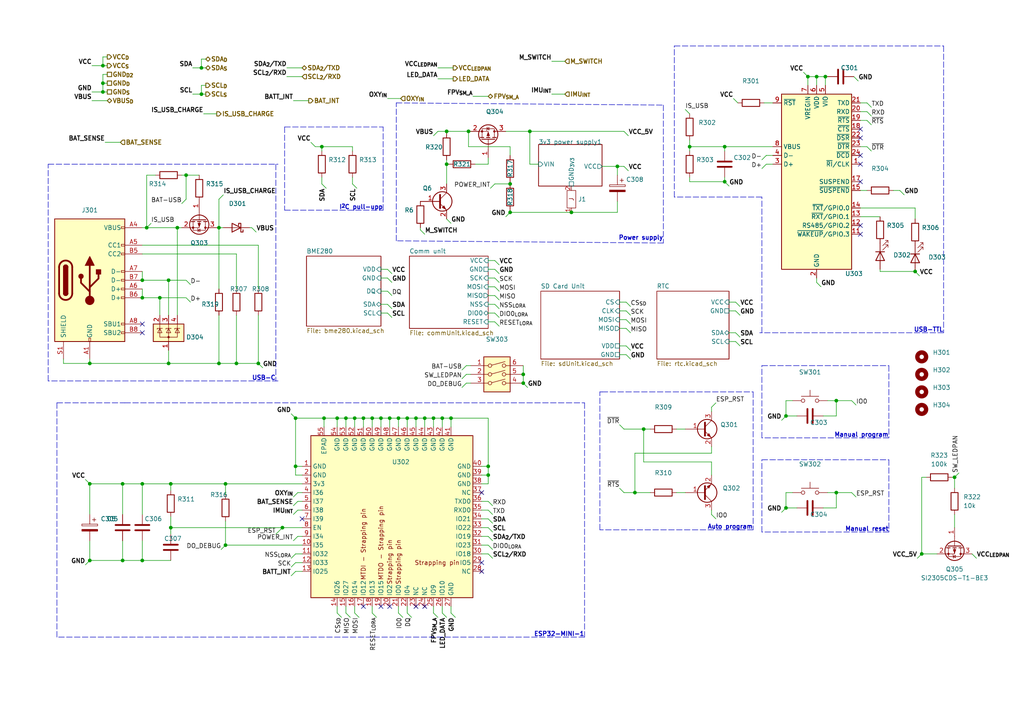
<source format=kicad_sch>
(kicad_sch (version 20211123) (generator eeschema)
  (paper "A4")
  (title_block (title "CanSat 2023") (rev "2022") (company "The Project SkyFall") (comment 1 "David Haisman"))
  (junction (at 26.035 105.41))
  (junction (at 41.275 162.56))
  (junction (at 267.335 160.655))
  (junction (at 26.035 162.56))
  (junction (at 63.5 105.41))
  (junction (at 184.15 142.875))
  (junction (at 53.975 50.8))
  (junction (at 41.275 86.36))
  (junction (at 265.43 78.74))
  (junction (at 48.895 81.28))
  (junction (at 42.545 66.04))
  (junction (at 210.185 52.705))
  (junction (at 48.895 105.41))
  (junction (at 113.03 121.285))
  (junction (at 153.67 38.1))
  (junction (at 105.41 121.285))
  (junction (at 115.57 121.285))
  (junction (at 102.87 121.285))
  (junction (at 210.185 42.545))
  (junction (at 49.53 153.035))
  (junction (at 130.81 121.285))
  (junction (at 46.355 86.36))
  (junction (at 58.42 19.685))
  (junction (at 165.735 61.595))
  (junction (at 63.5 66.04))
  (junction (at 239.395 22.225))
  (junction (at 49.53 140.335))
  (junction (at 151.765 111.125))
  (junction (at 227.965 147.32))
  (junction (at 35.56 162.56))
  (junction (at 147.955 53.34))
  (junction (at 123.19 121.285))
  (junction (at 93.98 121.285))
  (junction (at 141.605 137.795))
  (junction (at 135.89 38.1))
  (junction (at 29.845 24.13))
  (junction (at 35.56 140.335))
  (junction (at 234.315 22.225))
  (junction (at 129.54 38.1))
  (junction (at 65.405 158.115))
  (junction (at 85.725 135.255))
  (junction (at 93.345 42.545))
  (junction (at 227.965 120.65))
  (junction (at 41.275 81.28))
  (junction (at 236.855 22.225))
  (junction (at 147.955 61.595))
  (junction (at 200.025 42.545))
  (junction (at 85.725 121.285))
  (junction (at 100.33 121.285))
  (junction (at 51.435 66.04))
  (junction (at 276.86 138.43))
  (junction (at 141.605 135.255))
  (junction (at 129.54 47.625))
  (junction (at 242.57 142.875))
  (junction (at 151.765 108.585))
  (junction (at 110.49 121.285))
  (junction (at 107.95 121.285))
  (junction (at 125.73 121.285))
  (junction (at 68.58 105.41))
  (junction (at 128.27 121.285))
  (junction (at 97.79 121.285))
  (junction (at 120.65 121.285))
  (junction (at 26.035 140.335))
  (junction (at 58.42 27.305))
  (junction (at 74.93 105.41))
  (junction (at 186.69 124.46))
  (junction (at 65.405 140.335))
  (junction (at 179.07 48.26))
  (junction (at 242.57 116.205))
  (junction (at 118.11 121.285))
  (junction (at 29.845 19.05))
  (junction (at 81.915 153.035))
  (junction (at 41.275 140.335))
  (junction (at 29.845 26.67))
  (no_connect (at 110.49 175.895))
  (no_connect (at 249.555 40.005))
  (no_connect (at 249.555 47.625))
  (no_connect (at 249.555 52.705))
  (no_connect (at 249.555 67.945))
  (no_connect (at 249.555 65.405))
  (no_connect (at 113.03 175.895))
  (no_connect (at 41.275 93.98))
  (no_connect (at 139.7 142.875))
  (no_connect (at 139.7 163.195))
  (no_connect (at 249.555 45.085))
  (no_connect (at 87.63 150.495))
  (no_connect (at 249.555 37.465))
  (no_connect (at 41.275 96.52))
  (no_connect (at 105.41 175.895))
  (no_connect (at 139.7 165.735))
  (no_connect (at 123.19 175.895))
  (no_connect (at 120.65 175.895))
  (wire (pts (xy 139.7 158.115) (xy 141.605 158.115)))
  (polyline (pts (xy 192.405 30.48) (xy 192.405 70.485)))
  (wire (pts (xy 125.73 123.825) (xy 125.73 121.285)))
  (wire (pts (xy 144.78 94.615) (xy 143.51 93.345)))
  (polyline (pts (xy 195.58 13.335) (xy 273.685 13.335)))
  (wire (pts (xy 181.61 90.17) (xy 179.705 90.17)))
  (wire (pts (xy 141.605 150.495) (xy 139.7 150.495)))
  (wire (pts (xy 242.57 142.875) (xy 247.015 142.875)))
  (wire (pts (xy 135.255 106.045) (xy 136.525 106.045)))
  (wire (pts (xy 151.765 111.125) (xy 153.035 112.395)))
  (wire (pts (xy 130.81 121.285) (xy 130.81 123.825)))
  (wire (pts (xy 48.895 105.41) (xy 63.5 105.41)))
  (wire (pts (xy 249.555 55.245) (xy 251.46 55.245)))
  (polyline (pts (xy 220.98 154.305) (xy 220.98 133.35)))
  (wire (pts (xy 180.975 142.875) (xy 179.705 141.605)))
  (wire (pts (xy 26.035 162.56) (xy 24.765 163.83)))
  (wire (pts (xy 73.025 66.04) (xy 74.295 67.31)))
  (wire (pts (xy 68.58 105.41) (xy 74.93 105.41)))
  (wire (pts (xy 42.545 50.8) (xy 42.545 66.04)))
  (wire (pts (xy 129.54 179.07) (xy 128.27 177.8)))
  (wire (pts (xy 113.03 121.285) (xy 115.57 121.285)))
  (wire (pts (xy 236.855 22.225) (xy 236.855 24.765)))
  (wire (pts (xy 83.185 19.685) (xy 87.63 19.685)))
  (wire (pts (xy 147.955 42.545) (xy 135.89 42.545)))
  (wire (pts (xy 143.51 78.105) (xy 144.78 79.375)))
  (wire (pts (xy 85.725 135.255) (xy 85.725 121.285)))
  (wire (pts (xy 211.455 99.06) (xy 213.36 99.06)))
  (wire (pts (xy 240.03 142.875) (xy 242.57 142.875)))
  (wire (pts (xy 127 179.07) (xy 125.73 177.8)))
  (wire (pts (xy 151.765 108.585) (xy 151.765 111.125)))
  (wire (pts (xy 224.155 45.085) (xy 222.25 45.085)))
  (wire (pts (xy 42.545 66.04) (xy 51.435 66.04)))
  (wire (pts (xy 227.965 120.65) (xy 231.14 120.65)))
  (wire (pts (xy 234.315 22.225) (xy 236.855 22.225)))
  (polyline (pts (xy 114.935 69.85) (xy 114.935 29.845)))
  (wire (pts (xy 129.54 46.355) (xy 129.54 47.625)))
  (wire (pts (xy 206.375 129.54) (xy 206.375 131.445)))
  (wire (pts (xy 81.915 153.035) (xy 87.63 153.035)))
  (wire (pts (xy 147.955 52.705) (xy 147.955 53.34)))
  (wire (pts (xy 186.69 124.46) (xy 188.595 124.46)))
  (wire (pts (xy 86.36 142.875) (xy 87.63 142.875)))
  (wire (pts (xy 211.455 90.17) (xy 213.36 90.17)))
  (polyline (pts (xy 13.97 110.49) (xy 13.97 47.625)))
  (wire (pts (xy 129.54 38.1) (xy 135.89 38.1)))
  (wire (pts (xy 182.88 96.52) (xy 181.61 95.25)))
  (wire (pts (xy 227.965 147.32) (xy 226.695 148.59)))
  (wire (pts (xy 222.25 47.625) (xy 220.98 48.895)))
  (wire (pts (xy 58.42 17.145) (xy 58.42 19.685)))
  (wire (pts (xy 41.275 86.36) (xy 46.355 86.36)))
  (polyline (pts (xy 16.51 184.785) (xy 16.51 116.84)))
  (wire (pts (xy 85.725 121.285) (xy 84.455 120.015)))
  (wire (pts (xy 86.36 145.415) (xy 85.09 146.685)))
  (wire (pts (xy 180.975 124.46) (xy 179.705 123.19)))
  (wire (pts (xy 181.61 95.25) (xy 179.705 95.25)))
  (polyline (pts (xy 169.545 184.785) (xy 16.51 184.785)))
  (wire (pts (xy 65.405 143.51) (xy 65.405 140.335)))
  (wire (pts (xy 182.88 88.9) (xy 181.61 87.63)))
  (wire (pts (xy 242.57 116.205) (xy 247.015 116.205)))
  (wire (pts (xy 29.845 21.59) (xy 29.845 24.13)))
  (wire (pts (xy 26.67 19.05) (xy 29.845 19.05)))
  (wire (pts (xy 141.605 153.035) (xy 139.7 153.035)))
  (polyline (pts (xy 173.99 153.67) (xy 173.99 113.665)))
  (wire (pts (xy 110.49 78.105) (xy 112.395 78.105)))
  (wire (pts (xy 163.83 27.305) (xy 160.02 27.305)))
  (wire (pts (xy 143.51 93.345) (xy 141.605 93.345)))
  (wire (pts (xy 227.965 116.205) (xy 227.965 120.65)))
  (wire (pts (xy 93.98 123.825) (xy 93.98 121.285)))
  (wire (pts (xy 184.15 131.445) (xy 184.15 142.875)))
  (wire (pts (xy 93.345 42.545) (xy 91.44 42.545)))
  (wire (pts (xy 41.275 71.12) (xy 74.93 71.12)))
  (wire (pts (xy 251.46 34.925) (xy 252.73 36.195)))
  (polyline (pts (xy 220.98 133.35) (xy 257.81 133.35)))
  (wire (pts (xy 249.555 60.325) (xy 265.43 60.325)))
  (wire (pts (xy 210.185 52.705) (xy 200.025 52.705)))
  (wire (pts (xy 141.605 147.955) (xy 142.875 149.225)))
  (wire (pts (xy 143.51 88.265) (xy 144.78 89.535)))
  (wire (pts (xy 41.275 162.56) (xy 35.56 162.56)))
  (wire (pts (xy 182.88 91.44) (xy 181.61 90.17)))
  (wire (pts (xy 125.73 121.285) (xy 128.27 121.285)))
  (wire (pts (xy 43.815 64.77) (xy 42.545 66.04)))
  (wire (pts (xy 90.17 41.275) (xy 91.44 42.545)))
  (wire (pts (xy 276.86 153.035) (xy 276.86 149.225)))
  (wire (pts (xy 147.955 53.34) (xy 143.51 53.34)))
  (wire (pts (xy 142.875 161.925) (xy 141.605 160.655)))
  (polyline (pts (xy 114.935 29.845) (xy 192.405 30.48)))
  (wire (pts (xy 41.275 140.335) (xy 41.275 149.225)))
  (wire (pts (xy 156.21 47.625) (xy 153.67 47.625)))
  (wire (pts (xy 200.025 42.545) (xy 210.185 42.545)))
  (wire (pts (xy 26.67 29.21) (xy 31.115 29.21)))
  (wire (pts (xy 29.845 26.67) (xy 29.845 24.13)))
  (wire (pts (xy 139.7 155.575) (xy 141.605 155.575)))
  (wire (pts (xy 74.93 91.44) (xy 74.93 105.41)))
  (wire (pts (xy 251.46 42.545) (xy 252.73 43.815)))
  (wire (pts (xy 249.555 32.385) (xy 251.46 32.385)))
  (wire (pts (xy 141.605 135.255) (xy 141.605 121.285)))
  (wire (pts (xy 26.035 162.56) (xy 35.56 162.56)))
  (wire (pts (xy 84.455 167.005) (xy 85.725 165.735)))
  (wire (pts (xy 146.685 38.1) (xy 153.67 38.1)))
  (wire (pts (xy 121.92 66.675) (xy 121.92 66.04)))
  (wire (pts (xy 97.79 123.825) (xy 97.79 121.285)))
  (wire (pts (xy 53.975 50.8) (xy 52.705 50.8)))
  (wire (pts (xy 143.51 90.805) (xy 141.605 90.805)))
  (wire (pts (xy 35.56 140.335) (xy 35.56 149.225)))
  (wire (pts (xy 85.725 137.795) (xy 85.725 135.255)))
  (polyline (pts (xy 111.125 60.96) (xy 111.125 36.83)))
  (wire (pts (xy 59.69 24.765) (xy 58.42 24.765)))
  (wire (pts (xy 58.42 27.305) (xy 55.88 27.305)))
  (wire (pts (xy 143.51 83.185) (xy 144.78 84.455)))
  (wire (pts (xy 41.275 140.335) (xy 49.53 140.335)))
  (wire (pts (xy 153.67 38.1) (xy 180.975 38.1)))
  (wire (pts (xy 87.63 163.195) (xy 85.725 163.195)))
  (wire (pts (xy 85.725 121.285) (xy 93.98 121.285)))
  (wire (pts (xy 31.115 26.67) (xy 29.845 26.67)))
  (wire (pts (xy 115.57 123.825) (xy 115.57 121.285)))
  (wire (pts (xy 102.87 177.8) (xy 104.14 179.07)))
  (wire (pts (xy 115.57 121.285) (xy 118.11 121.285)))
  (wire (pts (xy 179.07 61.595) (xy 179.07 58.42)))
  (wire (pts (xy 41.275 73.66) (xy 68.58 73.66)))
  (wire (pts (xy 49.53 154.94) (xy 49.53 153.035)))
  (wire (pts (xy 49.53 149.86) (xy 49.53 153.035)))
  (wire (pts (xy 211.455 87.63) (xy 213.36 87.63)))
  (wire (pts (xy 26.035 149.225) (xy 26.035 140.335)))
  (wire (pts (xy 93.345 51.435) (xy 93.345 53.34)))
  (wire (pts (xy 26.035 105.41) (xy 26.035 104.14)))
  (wire (pts (xy 229.87 142.875) (xy 227.965 142.875)))
  (wire (pts (xy 129.54 38.735) (xy 129.54 38.1)))
  (polyline (pts (xy 218.44 113.665) (xy 218.44 153.67)))
  (wire (pts (xy 141.605 137.795) (xy 141.605 135.255)))
  (wire (pts (xy 229.87 116.205) (xy 227.965 116.205)))
  (wire (pts (xy 213.36 90.17) (xy 214.63 91.44)))
  (wire (pts (xy 53.975 81.28) (xy 55.245 82.55)))
  (wire (pts (xy 105.41 121.285) (xy 107.95 121.285)))
  (wire (pts (xy 265.43 60.325) (xy 265.43 63.5)))
  (wire (pts (xy 41.275 156.845) (xy 41.275 162.56)))
  (polyline (pts (xy 82.55 60.96) (xy 111.125 60.96)))
  (wire (pts (xy 142.875 156.845) (xy 141.605 155.575)))
  (wire (pts (xy 133.985 107.315) (xy 135.255 106.045)))
  (wire (pts (xy 139.7 137.795) (xy 141.605 137.795)))
  (wire (pts (xy 68.58 91.44) (xy 68.58 105.41)))
  (wire (pts (xy 160.02 17.78) (xy 163.83 17.78)))
  (wire (pts (xy 87.63 160.655) (xy 85.725 160.655)))
  (wire (pts (xy 46.355 91.44) (xy 46.355 86.36)))
  (wire (pts (xy 213.36 96.52) (xy 214.63 97.79)))
  (wire (pts (xy 200.025 33.02) (xy 198.755 31.75)))
  (wire (pts (xy 18.415 105.41) (xy 26.035 105.41)))
  (wire (pts (xy 247.65 22.225) (xy 248.92 23.495)))
  (wire (pts (xy 141.605 121.285) (xy 130.81 121.285)))
  (wire (pts (xy 142.875 154.305) (xy 141.605 153.035)))
  (polyline (pts (xy 16.51 116.84) (xy 36.195 116.84)))
  (polyline (pts (xy 80.01 47.625) (xy 80.01 110.49)))
  (wire (pts (xy 85.725 165.735) (xy 87.63 165.735)))
  (wire (pts (xy 139.7 147.955) (xy 141.605 147.955)))
  (wire (pts (xy 110.49 90.805) (xy 112.395 90.805)))
  (wire (pts (xy 182.88 101.6) (xy 181.61 100.33)))
  (wire (pts (xy 276.225 138.43) (xy 276.86 138.43)))
  (wire (pts (xy 184.15 142.875) (xy 180.975 142.875)))
  (wire (pts (xy 259.08 55.245) (xy 260.985 55.245)))
  (wire (pts (xy 283.21 161.925) (xy 281.94 160.655)))
  (wire (pts (xy 135.89 42.545) (xy 135.89 38.1)))
  (polyline (pts (xy 257.81 106.045) (xy 257.81 127)))
  (wire (pts (xy 251.46 32.385) (xy 252.73 33.655)))
  (wire (pts (xy 107.95 123.825) (xy 107.95 121.285)))
  (wire (pts (xy 184.15 142.875) (xy 188.595 142.875)))
  (wire (pts (xy 128.27 123.825) (xy 128.27 121.285)))
  (wire (pts (xy 68.58 83.82) (xy 68.58 73.66)))
  (wire (pts (xy 206.375 131.445) (xy 184.15 131.445)))
  (wire (pts (xy 109.22 179.07) (xy 107.95 177.8)))
  (wire (pts (xy 139.7 140.335) (xy 141.605 140.335)))
  (wire (pts (xy 46.355 86.36) (xy 53.975 86.36)))
  (wire (pts (xy 137.16 27.94) (xy 141.605 27.94)))
  (wire (pts (xy 165.735 61.595) (xy 179.07 61.595)))
  (wire (pts (xy 93.345 43.815) (xy 93.345 42.545)))
  (wire (pts (xy 85.09 156.845) (xy 86.36 155.575)))
  (wire (pts (xy 102.87 121.285) (xy 105.41 121.285)))
  (polyline (pts (xy 220.98 127) (xy 220.98 106.045)))
  (polyline (pts (xy 257.81 133.35) (xy 257.81 154.305)))
  (wire (pts (xy 129.54 47.625) (xy 130.175 47.625)))
  (wire (pts (xy 26.67 26.67) (xy 29.845 26.67)))
  (polyline (pts (xy 80.645 110.49) (xy 13.97 110.49)))
  (wire (pts (xy 206.375 119.38) (xy 206.375 118.11)))
  (wire (pts (xy 127 38.1) (xy 129.54 38.1)))
  (polyline (pts (xy 195.58 57.15) (xy 195.58 13.335)))
  (wire (pts (xy 26.035 140.335) (xy 24.765 139.065)))
  (wire (pts (xy 186.69 133.985) (xy 186.69 124.46)))
  (wire (pts (xy 102.87 123.825) (xy 102.87 121.285)))
  (wire (pts (xy 48.895 81.28) (xy 41.275 81.28)))
  (wire (pts (xy 102.235 42.545) (xy 93.345 42.545)))
  (wire (pts (xy 242.57 147.32) (xy 242.57 142.875)))
  (wire (pts (xy 135.255 108.585) (xy 133.985 109.855)))
  (wire (pts (xy 48.895 81.28) (xy 53.975 81.28)))
  (wire (pts (xy 125.73 177.8) (xy 125.73 175.895)))
  (wire (pts (xy 59.69 17.145) (xy 58.42 17.145)))
  (wire (pts (xy 239.395 22.225) (xy 236.855 22.225)))
  (wire (pts (xy 206.375 137.795) (xy 206.375 133.985)))
  (wire (pts (xy 41.275 83.82) (xy 41.275 86.36)))
  (polyline (pts (xy 82.55 36.83) (xy 111.125 36.83)))
  (wire (pts (xy 144.78 92.075) (xy 143.51 90.805)))
  (wire (pts (xy 97.79 121.285) (xy 100.33 121.285)))
  (wire (pts (xy 206.375 147.955) (xy 206.375 149.225)))
  (wire (pts (xy 200.025 43.815) (xy 200.025 42.545)))
  (wire (pts (xy 107.95 121.285) (xy 110.49 121.285)))
  (wire (pts (xy 181.61 87.63) (xy 179.705 87.63)))
  (wire (pts (xy 110.49 88.265) (xy 112.395 88.265)))
  (wire (pts (xy 141.605 75.565) (xy 143.51 75.565)))
  (wire (pts (xy 130.81 177.8) (xy 130.81 175.895)))
  (wire (pts (xy 85.725 163.195) (xy 84.455 164.465)))
  (wire (pts (xy 113.03 123.825) (xy 113.03 121.285)))
  (wire (pts (xy 48.895 101.6) (xy 48.895 105.41)))
  (wire (pts (xy 130.81 177.8) (xy 132.08 179.07)))
  (wire (pts (xy 127 22.86) (xy 131.445 22.86)))
  (wire (pts (xy 213.995 29.845) (xy 212.725 28.575)))
  (polyline (pts (xy 257.81 127) (xy 220.98 127)))
  (wire (pts (xy 141.605 140.335) (xy 141.605 137.795)))
  (wire (pts (xy 141.605 88.265) (xy 143.51 88.265)))
  (wire (pts (xy 107.95 177.8) (xy 107.95 175.895)))
  (wire (pts (xy 180.975 38.1) (xy 182.245 39.37)))
  (wire (pts (xy 141.605 80.645) (xy 143.51 80.645)))
  (wire (pts (xy 65.405 140.335) (xy 87.63 140.335)))
  (wire (pts (xy 116.205 28.575) (xy 112.395 28.575)))
  (wire (pts (xy 210.185 42.545) (xy 224.155 42.545)))
  (wire (pts (xy 221.615 29.845) (xy 224.155 29.845)))
  (wire (pts (xy 53.975 57.785) (xy 52.705 59.055)))
  (wire (pts (xy 87.63 137.795) (xy 85.725 137.795)))
  (wire (pts (xy 118.11 177.8) (xy 118.11 175.895)))
  (wire (pts (xy 86.36 155.575) (xy 87.63 155.575)))
  (wire (pts (xy 53.975 50.8) (xy 57.785 50.8)))
  (wire (pts (xy 240.03 116.205) (xy 242.57 116.205)))
  (wire (pts (xy 213.36 99.06) (xy 214.63 100.33)))
  (wire (pts (xy 102.235 43.815) (xy 102.235 42.545)))
  (wire (pts (xy 179.705 102.87) (xy 181.61 102.87)))
  (wire (pts (xy 206.375 133.985) (xy 186.69 133.985)))
  (wire (pts (xy 136.525 108.585) (xy 135.255 108.585)))
  (wire (pts (xy 63.5 57.785) (xy 63.5 66.04)))
  (wire (pts (xy 63.5 66.04) (xy 64.77 66.04)))
  (wire (pts (xy 249.555 29.845) (xy 251.46 29.845)))
  (wire (pts (xy 74.93 105.41) (xy 76.2 106.68)))
  (wire (pts (xy 48.895 91.44) (xy 48.895 81.28)))
  (wire (pts (xy 210.185 52.705) (xy 211.455 53.975)))
  (wire (pts (xy 210.185 42.545) (xy 210.185 43.815)))
  (polyline (pts (xy 257.81 154.305) (xy 220.98 154.305)))
  (wire (pts (xy 55.88 19.685) (xy 58.42 19.685)))
  (wire (pts (xy 112.395 84.455) (xy 110.49 84.455)))
  (wire (pts (xy 127 19.685) (xy 131.445 19.685)))
  (wire (pts (xy 58.42 24.765) (xy 58.42 27.305)))
  (wire (pts (xy 260.985 55.245) (xy 262.255 56.515)))
  (polyline (pts (xy 173.99 113.665) (xy 174.625 113.665)))
  (wire (pts (xy 141.605 160.655) (xy 139.7 160.655)))
  (wire (pts (xy 206.375 118.11) (xy 207.645 116.84)))
  (wire (pts (xy 29.845 19.05) (xy 29.845 16.51)))
  (wire (pts (xy 200.025 52.705) (xy 200.025 51.435)))
  (wire (pts (xy 80.01 154.94) (xy 81.915 153.035)))
  (wire (pts (xy 141.605 78.105) (xy 143.51 78.105)))
  (wire (pts (xy 110.49 123.825) (xy 110.49 121.285)))
  (wire (pts (xy 143.51 53.34) (xy 142.24 54.61)))
  (wire (pts (xy 249.555 34.925) (xy 251.46 34.925)))
  (wire (pts (xy 265.43 78.74) (xy 266.7 80.01)))
  (wire (pts (xy 142.875 151.765) (xy 141.605 150.495)))
  (wire (pts (xy 135.255 111.125) (xy 136.525 111.125)))
  (wire (pts (xy 196.215 124.46) (xy 198.755 124.46)))
  (wire (pts (xy 41.275 66.04) (xy 42.545 66.04)))
  (wire (pts (xy 151.765 106.045) (xy 151.765 108.585)))
  (wire (pts (xy 26.035 105.41) (xy 48.895 105.41)))
  (wire (pts (xy 100.33 121.285) (xy 102.87 121.285)))
  (wire (pts (xy 123.19 123.825) (xy 123.19 121.285)))
  (wire (pts (xy 119.38 179.07) (xy 118.11 177.8)))
  (wire (pts (xy 179.07 50.8) (xy 179.07 48.26)))
  (wire (pts (xy 112.395 88.265) (xy 113.665 89.535)))
  (wire (pts (xy 143.51 85.725) (xy 144.78 86.995)))
  (wire (pts (xy 85.09 149.225) (xy 86.36 147.955)))
  (wire (pts (xy 102.235 51.435) (xy 102.235 53.34)))
  (wire (pts (xy 87.63 145.415) (xy 86.36 145.415)))
  (wire (pts (xy 35.56 140.335) (xy 41.275 140.335)))
  (wire (pts (xy 143.51 80.645) (xy 144.78 81.915)))
  (polyline (pts (xy 220.98 96.52) (xy 220.98 57.15)))
  (wire (pts (xy 141.605 47.625) (xy 141.605 45.72)))
  (wire (pts (xy 63.5 66.04) (xy 63.5 83.82)))
  (wire (pts (xy 129.54 53.34) (xy 129.54 47.625)))
  (wire (pts (xy 65.405 151.13) (xy 65.405 158.115)))
  (wire (pts (xy 115.57 177.8) (xy 116.84 179.07)))
  (wire (pts (xy 63.5 57.785) (xy 64.77 56.515)))
  (wire (pts (xy 29.845 24.13) (xy 31.115 24.13)))
  (wire (pts (xy 85.725 135.255) (xy 87.63 135.255)))
  (wire (pts (xy 51.435 91.44) (xy 51.435 66.04)))
  (wire (pts (xy 86.36 147.955) (xy 87.63 147.955)))
  (wire (pts (xy 133.985 112.395) (xy 135.255 111.125)))
  (wire (pts (xy 113.665 79.375) (xy 112.395 78.105)))
  (wire (pts (xy 251.46 29.845) (xy 252.73 31.115)))
  (polyline (pts (xy 273.685 13.335) (xy 273.685 96.52)))
  (wire (pts (xy 105.41 123.825) (xy 105.41 121.285)))
  (wire (pts (xy 181.61 102.87) (xy 182.88 104.14)))
  (wire (pts (xy 97.79 177.8) (xy 97.79 175.895)))
  (wire (pts (xy 186.69 124.46) (xy 180.975 124.46)))
  (wire (pts (xy 102.235 53.34) (xy 103.505 54.61)))
  (wire (pts (xy 74.93 71.12) (xy 74.93 83.82)))
  (wire (pts (xy 93.345 53.34) (xy 94.615 54.61)))
  (wire (pts (xy 93.98 121.285) (xy 97.79 121.285)))
  (wire (pts (xy 141.605 83.185) (xy 143.51 83.185)))
  (wire (pts (xy 118.11 123.825) (xy 118.11 121.285)))
  (wire (pts (xy 139.7 145.415) (xy 141.605 145.415)))
  (wire (pts (xy 129.54 63.5) (xy 130.81 64.77)))
  (wire (pts (xy 62.865 66.04) (xy 63.5 66.04)))
  (wire (pts (xy 276.86 141.605) (xy 276.86 138.43)))
  (wire (pts (xy 29.845 16.51) (xy 31.115 16.51)))
  (wire (pts (xy 180.975 48.26) (xy 182.245 49.53)))
  (wire (pts (xy 59.055 33.02) (xy 62.865 33.02)))
  (wire (pts (xy 227.965 142.875) (xy 227.965 147.32)))
  (wire (pts (xy 266.065 161.925) (xy 267.335 160.655)))
  (wire (pts (xy 179.705 100.33) (xy 181.61 100.33)))
  (wire (pts (xy 240.03 22.225) (xy 239.395 22.225)))
  (wire (pts (xy 53.975 86.36) (xy 55.245 87.63)))
  (polyline (pts (xy 273.685 96.52) (xy 220.345 96.52)))
  (wire (pts (xy 73.025 66.04) (xy 72.39 66.04)))
  (wire (pts (xy 255.27 62.865) (xy 249.555 62.865)))
  (wire (pts (xy 85.09 29.21) (xy 89.535 29.21)))
  (wire (pts (xy 51.435 66.04) (xy 52.705 66.04)))
  (wire (pts (xy 83.185 22.225) (xy 87.63 22.225)))
  (wire (pts (xy 65.405 158.115) (xy 87.63 158.115)))
  (wire (pts (xy 249.555 42.545) (xy 251.46 42.545)))
  (wire (pts (xy 200.025 40.64) (xy 200.025 42.545)))
  (polyline (pts (xy 82.55 36.83) (xy 82.55 60.96)))
  (wire (pts (xy 224.155 47.625) (xy 222.25 47.625)))
  (wire (pts (xy 49.53 162.56) (xy 41.275 162.56)))
  (wire (pts (xy 265.43 78.74) (xy 255.27 78.74)))
  (wire (pts (xy 181.61 92.71) (xy 179.705 92.71)))
  (wire (pts (xy 239.395 24.765) (xy 239.395 22.225)))
  (wire (pts (xy 153.67 47.625) (xy 153.67 38.1)))
  (wire (pts (xy 267.335 160.655) (xy 271.78 160.655)))
  (wire (pts (xy 247.015 142.875) (xy 248.285 144.145)))
  (wire (pts (xy 236.855 81.915) (xy 238.125 83.185)))
  (wire (pts (xy 113.665 85.725) (xy 112.395 84.455)))
  (wire (pts (xy 18.415 104.14) (xy 18.415 105.41)))
  (wire (pts (xy 100.33 123.825) (xy 100.33 121.285)))
  (wire (pts (xy 120.65 123.825) (xy 120.65 121.285)))
  (wire (pts (xy 31.115 21.59) (xy 29.845 21.59)))
  (wire (pts (xy 174.625 48.26) (xy 179.07 48.26)))
  (wire (pts (xy 141.605 158.115) (xy 142.875 159.385)))
  (wire (pts (xy 267.335 138.43) (xy 267.335 160.655)))
  (wire (pts (xy 85.725 160.655) (xy 84.455 161.925)))
  (wire (pts (xy 227.965 120.65) (xy 226.695 121.92)))
  (wire (pts (xy 234.315 22.225) (xy 234.315 24.765)))
  (polyline (pts (xy 218.44 153.67) (xy 173.99 153.67)))
  (wire (pts (xy 268.605 138.43) (xy 267.335 138.43)))
  (wire (pts (xy 59.69 27.305) (xy 58.42 27.305)))
  (wire (pts (xy 64.135 159.385) (xy 65.405 158.115)))
  (wire (pts (xy 147.955 60.96) (xy 147.955 61.595)))
  (wire (pts (xy 120.65 121.285) (xy 123.19 121.285)))
  (wire (pts (xy 147.955 45.085) (xy 147.955 42.545)))
  (wire (pts (xy 147.955 61.595) (xy 165.735 61.595)))
  (wire (pts (xy 238.76 120.65) (xy 242.57 120.65)))
  (wire (pts (xy 58.42 19.685) (xy 59.69 19.685)))
  (polyline (pts (xy 13.97 47.625) (xy 80.645 47.625)))
  (wire (pts (xy 141.605 135.255) (xy 139.7 135.255)))
  (wire (pts (xy 141.605 85.725) (xy 143.51 85.725)))
  (wire (pts (xy 196.215 142.875) (xy 198.755 142.875)))
  (wire (pts (xy 222.25 45.085) (xy 220.98 46.355)))
  (wire (pts (xy 227.965 147.32) (xy 231.14 147.32)))
  (wire (pts (xy 63.5 105.41) (xy 68.58 105.41)))
  (wire (pts (xy 41.275 78.74) (xy 41.275 81.28)))
  (polyline (pts (xy 220.98 106.045) (xy 257.81 106.045)))
  (wire (pts (xy 102.87 175.895) (xy 102.87 177.8)))
  (wire (pts (xy 128.27 177.8) (xy 128.27 175.895)))
  (wire (pts (xy 99.06 179.07) (xy 97.79 177.8)))
  (wire (pts (xy 100.33 177.8) (xy 101.6 179.07)))
  (wire (pts (xy 110.49 80.645) (xy 112.395 80.645)))
  (wire (pts (xy 31.115 19.05) (xy 29.845 19.05)))
  (wire (pts (xy 63.5 91.44) (xy 63.5 105.41)))
  (wire (pts (xy 242.57 120.65) (xy 242.57 116.205)))
  (wire (pts (xy 112.395 80.645) (xy 113.665 81.915)))
  (wire (pts (xy 128.27 121.285) (xy 130.81 121.285)))
  (wire (pts (xy 85.09 144.145) (xy 86.36 142.875)))
  (wire (pts (xy 276.86 138.43) (xy 278.13 137.16)))
  (wire (pts (xy 214.63 88.9) (xy 213.36 87.63)))
  (wire (pts (xy 112.395 90.805) (xy 113.665 92.075)))
  (wire (pts (xy 211.455 96.52) (xy 213.36 96.52)))
  (polyline (pts (xy 174.625 113.665) (xy 218.44 113.665)))
  (wire (pts (xy 125.73 39.37) (xy 127 38.1)))
  (wire (pts (xy 210.185 51.435) (xy 210.185 52.705)))
  (wire (pts (xy 179.07 48.26) (xy 180.975 48.26)))
  (wire (pts (xy 118.11 121.285) (xy 120.65 121.285)))
  (wire (pts (xy 206.375 149.225) (xy 207.645 150.495)))
  (wire (pts (xy 53.975 50.8) (xy 53.975 57.785)))
  (wire (pts (xy 147.955 61.595) (xy 146.685 62.865)))
  (polyline (pts (xy 192.405 70.485) (xy 114.935 69.85)))
  (wire (pts (xy 247.015 116.205) (xy 248.285 117.475)))
  (wire (pts (xy 49.53 153.035) (xy 81.915 153.035)))
  (wire (pts (xy 135.89 38.1) (xy 136.525 38.1)))
  (wire (pts (xy 26.035 140.335) (xy 35.56 140.335)))
  (polyline (pts (xy 169.545 116.84) (xy 169.545 184.785)))
  (wire (pts (xy 255.27 78.105) (xy 255.27 78.74)))
  (wire (pts (xy 100.33 175.895) (xy 100.33 177.8)))
  (wire (pts (xy 123.19 121.285) (xy 125.73 121.285)))
  (wire (pts (xy 123.19 67.945) (xy 121.92 66.675)))
  (wire (pts (xy 141.605 145.415) (xy 142.875 146.685)))
  (wire (pts (xy 35.56 156.845) (xy 35.56 162.56)))
  (wire (pts (xy 49.53 140.335) (xy 65.405 140.335)))
  (wire (pts (xy 137.795 47.625) (xy 141.605 47.625)))
  (wire (pts (xy 30.48 41.275) (xy 34.925 41.275)))
  (wire (pts (xy 110.49 121.285) (xy 113.03 121.285)))
  (polyline (pts (xy 36.195 116.84) (xy 169.545 116.84)))
  (wire (pts (xy 45.085 50.8) (xy 42.545 50.8)))
  (wire (pts (xy 26.035 156.845) (xy 26.035 162.56)))
  (wire (pts (xy 115.57 175.895) (xy 115.57 177.8)))
  (wire (pts (xy 182.88 93.98) (xy 181.61 92.71)))
  (polyline (pts (xy 220.98 57.15) (xy 195.58 57.15)))
  (wire (pts (xy 236.855 81.915) (xy 236.855 80.645)))
  (wire (pts (xy 49.53 142.24) (xy 49.53 140.335)))
  (wire (pts (xy 234.315 22.225) (xy 233.045 20.955)))
  (wire (pts (xy 238.76 147.32) (xy 242.57 147.32)))
  (wire (pts (xy 144.78 76.835) (xy 143.51 75.565)))
  (text "USB-TTL" (at 273.685 96.52 180) (effects (font (size 1.27 1.27) bold) (justify right bottom)))
  (text "I^{2}C pull-upp" (at 111.125 60.96 180) (effects (font (size 1.27 1.27) (thickness 0.254) bold) (justify right bottom)))
  (text "Auto program" (at 218.44 153.67 180) (effects (font (size 1.27 1.27) bold) (justify right bottom)))
  (text "ESP32-MINI-1" (at 169.545 184.785 180) (effects (font (size 1.27 1.27) bold) (justify right bottom)))
  (text "USB-C" (at 80.01 110.49 180) (effects (font (size 1.27 1.27) bold) (justify right bottom)))
  (text "Power supply" (at 192.405 69.85 180) (effects (font (size 1.27 1.27) bold) (justify right bottom)))
  (text "Manual reset" (at 257.81 154.305 180) (effects (font (size 1.27 1.27) (thickness 0.254) bold) (justify right bottom)))
  (text "https://cz.mouser.com/ProductDetail/Nexperia/PMEG3050EP115?qs=GcY6OjH1zdmnjQ%2FhUT5aOA%3D%3D" (at -129.54 121.285 0) (effects (font (size 1.27 1.27)) (justify left bottom)))
  (text "https://cz.mouser.com/c/semiconductors/power-management-ics/voltage-regulators-voltage-controllers/switching-voltage-regulators/?marcom=131911735&output%20voltage=3.3%20V~~5%20VDC&rp=semiconductors%2Fpower-management-ics%2Fvoltage-regulators-voltage-controllers%2Fswitching-voltage-regulators%7C~Output%20Voltage" (at 24.765 -3.175 0) (effects (font (size 1.27 1.27)) (justify left bottom)))
  (text "Manual program\n" (at 257.81 127 180) (effects (font (size 1.27 1.27) (thickness 0.254) bold) (justify right bottom)))
  (label "DIO0_{LORA}" (at 144.78 92.075 0))
  (label "~{RTS}" (at 252.73 36.195 0))
  (label "VBUS" (at 74.295 67.31 0) (effects (font (thickness 0.254) bold)))
  (label "DO_DEBUG" (at 133.985 112.395 180))
  (label "DO_DEBUG" (at 64.135 159.385 180))
  (label "VCC" (at 182.245 49.53 0) (effects (font bold)))
  (label "SCL" (at 142.875 154.305 0) (effects (font bold)))
  (label "RESET_{LORA}" (at 144.78 94.615 0))
  (label "TXD" (at 252.73 31.115 0))
  (label "IS_USB_CHARGE" (at 64.77 56.515 0) (effects (font (thickness 0.254) bold)))
  (label "BAT_SENSE" (at 30.48 41.275 180) (effects (font bold)))
  (label "ESP_RST" (at 248.285 144.145 0))
  (label "SDA" (at 55.88 19.685 180) (effects (font bold)))
  (label "SDA" (at 94.615 54.61 270) (effects (font bold)))
  (label "SCL" (at 103.505 54.61 270) (effects (font bold)))
  (label "M_SWITCH" (at 160.02 17.78 180) (effects (font (thickness 0.254) bold)))
  (label "FPV_{SM_A}" (at 137.16 27.94 180) (effects (font (thickness 0.254) bold)))
  (label "VCC_5V" (at 266.065 161.925 180) (effects (font bold)))
  (label "SDA" (at 113.665 89.535 0) (effects (font bold)))
  (label "SCL_{2}{slash}RXD" (at 142.875 161.925 0) (effects (font bold)))
  (label "SCL" (at 214.63 100.33 0) (effects (font bold)))
  (label "GND" (at 262.255 56.515 0) (effects (font (thickness 0.254) bold)))
  (label "GND" (at 153.035 112.395 0) (effects (font (thickness 0.254) bold)))
  (label "LED_DATA" (at 127 22.86 180) (effects (font (thickness 0.254) bold)))
  (label "SDA_{2}{slash}TXD" (at 142.875 156.845 0) (effects (font bold)))
  (label "D-" (at 55.245 82.55 0))
  (label "TXD" (at 142.875 149.225 0))
  (label "IO0" (at 207.645 150.495 0))
  (label "MISO" (at 144.78 86.995 0))
  (label "RXD" (at 142.875 146.685 0))
  (label "VCC" (at 182.88 101.6 0) (effects (font (thickness 0.254) bold)))
  (label "OXY_{IN}" (at 85.09 144.145 180) (effects (font bold)))
  (label "DQ" (at 113.665 85.725 0))
  (label "CS_{SD}" (at 182.88 88.9 0))
  (label "M_SWITCH" (at 123.19 67.945 0) (effects (font (thickness 0.254) bold)))
  (label "MISO" (at 101.6 179.07 270))
  (label "GND" (at 182.88 104.14 0) (effects (font (thickness 0.254) bold)))
  (label "BAT-USB" (at 52.705 59.055 180))
  (label "VCC" (at 212.725 28.575 180) (effects (font bold)))
  (label "GND" (at 84.455 120.015 180) (effects (font (thickness 0.254) bold)))
  (label "LED_DATA" (at 129.54 179.07 270) (effects (font (thickness 0.254) bold)))
  (label "GND" (at 214.63 91.44 0) (effects (font (thickness 0.254) bold)))
  (label "GND" (at 238.125 83.185 0) (effects (font (thickness 0.254) bold)))
  (label "MOSI" (at 144.78 84.455 0))
  (label "VCC_{LEDPAN}" (at 283.21 161.925 0) (effects (font (thickness 0.254) bold)))
  (label "IMU_{INT}" (at 85.09 149.225 180) (effects (font bold)))
  (label "ESP_RST" (at 80.01 154.94 180))
  (label "VCC" (at 26.67 19.05 180) (effects (font bold)))
  (label "POWER_INT" (at 142.24 54.61 180))
  (label "VCC" (at 214.63 88.9 0) (effects (font (thickness 0.254) bold)))
  (label "BATT_INT" (at 84.455 167.005 180) (effects (font bold)))
  (label "NSS_{LORA}" (at 144.78 89.535 0))
  (label "IO0" (at 116.84 179.07 270))
  (label "GND" (at 132.08 179.07 270) (effects (font (thickness 0.254) bold)))
  (label "ESP_RST" (at 207.645 116.84 0))
  (label "D+" (at 220.98 48.895 180))
  (label "IS_USB" (at 43.815 64.77 0))
  (label "BAT-USB" (at 133.985 107.315 180))
  (label "D+" (at 55.245 87.63 0))
  (label "FPV_{SM_A}" (at 127 179.07 270) (effects (font (thickness 0.254) bold)))
  (label "NSS_{LORA}" (at 84.455 161.925 180))
  (label "CS_{SD}" (at 99.06 179.07 270))
  (label "GND" (at 248.92 23.495 0) (effects (font (thickness 0.254) bold)))
  (label "BATT_INT" (at 85.09 29.21 180) (effects (font bold)))
  (label "IO0" (at 248.285 117.475 0))
  (label "RESET_{LORA}" (at 109.22 179.07 270))
  (label "SCL_{2}{slash}RXD" (at 83.185 22.225 180) (effects (font bold)))
  (label "~{DTR}" (at 179.705 123.19 180))
  (label "MOSI" (at 182.88 93.98 0))
  (label "DQ" (at 119.38 179.07 270))
  (label "VCC" (at 90.17 41.275 180) (effects (font (thickness 0.254) bold)))
  (label "GND" (at 76.2 106.68 0) (effects (font (thickness 0.254) bold)))
  (label "D-" (at 220.98 46.355 180))
  (label "MOSI" (at 104.14 179.07 270))
  (label "SCK" (at 144.78 81.915 0))
  (label "MISO" (at 182.88 96.52 0))
  (label "SCK" (at 84.455 164.465 180))
  (label "SW_LEDPAN" (at 133.985 109.855 180))
  (label "SDA" (at 142.875 151.765 0) (effects (font bold)))
  (label "IMU_{INT}" (at 160.02 27.305 180) (effects (font bold)))
  (label "GND" (at 144.78 79.375 0) (effects (font (thickness 0.254) bold)))
  (label "VCC_5V" (at 182.245 39.37 0) (effects (font bold)))
  (label "VBUS" (at 26.67 29.21 180) (effects (font (thickness 0.254) bold)))
  (label "DIO0_{LORA}" (at 142.875 159.385 0))
  (label "VCC" (at 113.665 79.375 0) (effects (font (thickness 0.254) bold)))
  (label "IS_USB" (at 198.755 31.75 0))
  (label "GND" (at 130.81 64.77 0) (effects (font bold)))
  (label "OXY_{IN}" (at 112.395 28.575 180) (effects (font bold)))
  (label "VBUS" (at 125.73 39.37 180) (effects (font (thickness 0.254) bold)))
  (label "GND" (at 226.695 121.92 180) (effects (font (thickness 0.254) bold)))
  (label "~{DTR}" (at 252.73 43.815 0))
  (label "SCL" (at 55.88 27.305 180) (effects (font bold)))
  (label "GND" (at 26.67 26.67 180) (effects (font (thickness 0.254) bold)))
  (label "VCC_{LEDPAN}" (at 127 19.685 180) (effects (font (thickness 0.254) bold)))
  (label "VCC" (at 144.78 76.835 0) (effects (font (thickness 0.254) bold)))
  (label "SCK" (at 182.88 91.44 0))
  (label "~{RTS}" (at 179.705 141.605 180))
  (label "VCC" (at 266.7 80.01 0) (effects (font bold)))
  (label "BAT_SENSE" (at 85.09 146.685 180) (effects (font bold)))
  (label "SW_LEDPAN" (at 278.13 137.16 90))
  (label "GND" (at 113.665 81.915 0) (effects (font (thickness 0.254) bold)))
  (label "GND" (at 24.765 163.83 180) (effects (font (thickness 0.254) bold)))
  (label "SDA_{2}{slash}TXD" (at 83.185 19.685 180) (effects (font bold)))
  (label "POWER_INT" (at 85.09 156.845 180))
  (label "SCL" (at 113.665 92.075 0) (effects (font bold)))
  (label "GND" (at 211.455 53.975 0) (effects (font (thickness 0.254) bold)))
  (label "SDA" (at 214.63 97.79 0) (effects (font bold)))
  (label "RXD" (at 252.73 33.655 0))
  (label "IS_USB_CHARGE" (at 59.055 33.02 180) (effects (font bold)))
  (label "VCC" (at 233.045 20.955 180) (effects (font bold)))
  (label "GND" (at 146.685 62.865 180) (effects (font (thickness 0.254) bold)))
  (label "GND" (at 226.695 148.59 180) (effects (font (thickness 0.254) bold)))
  (label "VCC" (at 24.765 139.065 180) (effects (font bold)))
  (hierarchical_label "VCC_{LEDPAN}" (shape output) (at 131.445 19.685 0) (effects (font (thickness 0.254) bold)))
  (hierarchical_label "SCL_{S}" (shape output) (at 59.69 27.305 0) (effects (font bold)))
  (hierarchical_label "VCC_{S}" (shape output) (at 31.115 19.05 0) (effects (font bold)))
  (hierarchical_label "VCC_{D}" (shape output) (at 31.115 16.51 0) (effects (font bold)))
  (hierarchical_label "SDA_{S}" (shape bidirectional) (at 59.69 19.685 0) (effects (font bold)))
  (hierarchical_label "SDA_{D}" (shape bidirectional) (at 59.69 17.145 0) (effects (font bold)))
  (hierarchical_label "FPV_{SM_A}" (shape bidirectional) (at 141.605 27.94 0) (effects (font (thickness 0.254) bold)))
  (hierarchical_label "GND_{D2}" (shape passive) (at 31.115 21.59 0) (effects (font bold)))
  (hierarchical_label "LED_DATA" (shape output) (at 131.445 22.86 0) (effects (font (thickness 0.254) bold)))
  (hierarchical_label "GND_{S}" (shape passive) (at 31.115 26.67 0) (effects (font bold)))
  (hierarchical_label "GND_{D}" (shape passive) (at 31.115 24.13 0) (effects (font bold)))
  (hierarchical_label "M_SWITCH" (shape input) (at 163.83 17.78 0) (effects (font bold)))
  (hierarchical_label "SCL_{D}" (shape output) (at 59.69 24.765 0) (effects (font bold)))
  (hierarchical_label "IS_USB_CHARGE" (shape output) (at 62.865 33.02 0) (effects (font bold)))
  (hierarchical_label "SCL_{2}{slash}RXD" (shape input) (at 87.63 22.225 0) (effects (font bold)))
  (hierarchical_label "SDA_{2}{slash}TXD" (shape bidirectional) (at 87.63 19.685 0) (effects (font bold)))
  (hierarchical_label "BAT_SENSE" (shape input) (at 34.925 41.275 0) (effects (font bold)))
  (hierarchical_label "IMU_{INT}" (shape input) (at 163.83 27.305 0) (effects (font bold)))
  (hierarchical_label "OXY_{IN}" (shape input) (at 116.205 28.575 0) (effects (font bold)))
  (hierarchical_label "VBUS_{D}" (shape bidirectional) (at 31.115 29.21 0) (effects (font bold)))
  (hierarchical_label "BAT_INT" (shape output) (at 89.535 29.21 0) (effects (font bold)))
  (symbol (lib_id "Transistor_BJT:BC847") (at 127 58.42 0) (unit 1)
    (property "Reference" "Q6" (at 122.555 54.61 0) (effects (justify left)))
    (property "Datasheet" "http://www.infineon.com/dgdl/Infineon-BC847SERIES_BC848SERIES_BC849SERIES_BC850SERIES-DS-v01_01-en.pdf?fileId=db3a304314dca389011541d4630a1657" (effects hide))
  )
  (symbol (lib_id "Device:C") (at 234.95 120.65 90) (unit 1)
    (property "Reference" "C303" (at 237.49 122.555 90))
  )
  (symbol (lib_id "Device:R") (at 147.955 48.895 180) (unit 1)
    (property "Reference" "R317" (at 147.955 51.435 90) (effects (justify right)))
  )
  (symbol (lib_id "Switch:SW_DIP_x03") (at 144.145 111.125 0) (unit 1)
    (property "Reference" "SW303" (at 144.145 98.425 0))
    (property "Shop" "https://cz.mouser.com/ProductDetail/CUI-Devices/DS04-254-1-03BK-SMT?qs=wnTfsH77Xs6AM9RonXx4xg%3D%3D" (effects hide))
  )
  (symbol (lib_id "Device:R") (at 63.5 87.63 0) (unit 1)
    (property "Reference" "R319" (at 60.96 88.265 0))
  )
  (symbol (lib_id "Switch:SW_Push") (at 234.95 116.205 0) (unit 1)
    (property "Reference" "SW301" (at 234.95 107.95 0))
    (property "Shop" "https://www.gme.cz/p-ts1107gs" (effects hide))
  )
  (symbol (lib_id "Device:C") (at 234.95 147.32 90) (unit 1)
    (property "Reference" "C304" (at 237.49 149.225 90))
  )
  (symbol (lib_id "Device:R") (at 93.345 47.625 0) (unit 1)
    (property "Reference" "R312" (at 95.25 46.3549 0) (effects (justify left)))
  )
  (symbol (lib_id "Device:R") (at 265.43 67.31 180) (unit 1)
    (property "Reference" "R306" (at 267.335 66.0399 0) (effects (justify right)))
  )
  (symbol (lib_id "CanSat_2023:BAT760-7") (at 68.58 66.04 180) (unit 1)
    (property "Reference" "D301" (at 68.8975 59.055 0))
    (property "Datasheet" "https://www.diodes.com/assets/Datasheets/ds30498.pdf" (effects hide))
  )
  (symbol (lib_id "Device:R") (at 133.985 47.625 270) (unit 1)
    (property "Reference" "R321" (at 133.985 47.625 90))
  )
  (symbol (lib_id "1Knihovna:SI2305CDS-T1-BE3") (at 276.86 158.115 270) (unit 1)
    (property "Reference" "Q305" (at 276.86 165.1 90))
    (property "Value" "SI2305CDS-T1-BE3" (at 276.86 167.64 90))
    (property "Footprint" "Package_TO_SOT_SMD:SOT-23" (effects hide))
    (property "Datasheet" "https://cz.mouser.com/datasheet/2/427/si2305cd-1764559.pdf" (effects hide))
  )
  (symbol (lib_id "Interface_USB:CP2102N-Axx-xQFN24") (at 236.855 52.705 0) (unit 1)
    (property "Reference" "U303" (at 245.11 79.375 0) (effects (justify left)))
    (property "Datasheet" "https://www.silabs.com/documents/public/data-sheets/cp2102n-datasheet.pdf" (effects hide))
  )
  (symbol (lib_id "Device:C_Polarized") (at 179.07 54.61 0) (mirror y) (unit 1)
    (property "Reference" "C308" (at 186.69 52.07 0) (effects (justify left)))
  )
  (symbol (lib_id "Switch:SW_Push") (at 234.95 142.875 0) (unit 1)
    (property "Reference" "SW302" (at 234.95 134.62 0))
    (property "Shop" "https://www.gme.cz/p-ts1107gs" (effects hide))
  )
  (symbol (lib_id "Power_Protection:SP0503BAHT") (at 48.895 96.52 0) (unit 1)
    (property "Reference" "D304" (at 53.975 97.79 0) (effects (justify left)))
    (property "Datasheet" "http://www.littelfuse.com/~/media/files/littelfuse/technical%20resources/documents/data%20sheets/sp05xxba.pdf" (effects hide))
    (property "Mouser" "https://eu.mouser.com/ProductDetail/Littelfuse/SP0503BAHTG?qs=uD%2FdkN7XIa0NTYXwHdELYA%3D%3D" (effects hide))
  )
  (symbol (lib_id "Device:R") (at 57.785 54.61 0) (unit 1)
    (property "Reference" "R315" (at 59.69 53.3399 0) (effects (justify left)))
  )
  (symbol (lib_id "Device:R") (at 147.955 57.15 0) (unit 1)
    (property "Reference" "R318" (at 147.955 57.15 90))
  )
  (symbol (lib_id "Device:C") (at 243.84 22.225 90) (unit 1)
    (property "Reference" "C301" (at 246.38 19.685 90))
  )
  (symbol (lib_id "Device:LED") (at 265.43 74.93 90) (mirror x) (unit 1)
    (property "Reference" "D303" (at 269.24 74.6126 90) (effects (justify right)))
    (property "Direction" "RX" (effects hide))
  )
  (symbol (lib_id "Device:R") (at 102.235 47.625 0) (unit 1)
    (property "Reference" "R313" (at 104.14 46.3549 0) (effects (justify left)))
  )
  (symbol (lib_id "1Knihovna:Hard_Jumper") (at 165.735 57.785 90) (unit 1) (in_bom no)
    (property "Reference" "J1" (at 167.64 57.7849 90) (effects (justify right)))
  )
  (symbol (lib_id "Device:R") (at 129.54 42.545 0) (unit 1)
    (property "Reference" "R320" (at 123.317 42.672 0) (effects (justify left)))
  )
  (symbol (lib_id "Device:C_Polarized") (at 26.035 153.035 0) (mirror y) (unit 1)
    (property "Reference" "C5" (at 33.655 150.495 0) (effects (justify left)))
  )
  (symbol (lib_id "Device:R") (at 121.92 62.23 0) (mirror x) (unit 1)
    (property "Reference" "R6" (at 120.015 60.9599 0) (effects (justify right)))
  )
  (symbol (lib_id "Device:C") (at 210.185 47.625 0) (unit 1)
    (property "Reference" "C302" (at 212.725 45.72 0) (effects (justify left)))
  )
  (symbol (lib_id "Device:R") (at 192.405 142.875 90) (unit 1)
    (property "Reference" "R310" (at 192.405 137.16 90))
  )
  (symbol (lib_id "Mechanical:MountingHole") (at 267.335 103.505 0) (unit 1)
    (property "Reference" "H301" (at 270.51 102.2349 0) (effects (justify left)))
  )
  (symbol (lib_id "Device:R") (at 192.405 124.46 90) (unit 1)
    (property "Reference" "R309" (at 192.405 118.11 90))
  )
  (symbol (lib_id "Device:R") (at 68.58 87.63 0) (unit 1)
    (property "Reference" "R307" (at 66.675 83.82 0) (effects (justify left)))
    (property "Shop" "https://cz.mouser.com/ProductDetail/Panasonic/ERJ-UP3J512V?qs=sGAEpiMZZMtlubZbdhIBINZyO39%252BOXIfV3FRTeBOQ5s%3D" (effects hide))
  )
  (symbol (lib_id "Transistor_BJT:BC847") (at 203.835 124.46 0) (unit 1)
    (property "Reference" "Q301" (at 208.915 123.1899 0) (effects (justify left)))
    (property "Datasheet" "http://www.infineon.com/dgdl/Infineon-BC847SERIES_BC848SERIES_BC849SERIES_BC850SERIES-DS-v01_01-en.pdf?fileId=db3a304314dca389011541d4630a1657" (effects hide))
  )
  (symbol (lib_id "Device:R") (at 255.27 66.675 180) (unit 1)
    (property "Reference" "R305" (at 257.175 65.4049 0) (effects (justify right)))
  )
  (symbol (lib_id "Device:C") (at 49.53 158.75 0) (unit 1)
    (property "Reference" "C307" (at 52.705 156.21 0) (effects (justify right)))
  )
  (symbol (lib_id "Device:C") (at 35.56 153.035 0) (unit 1)
    (property "Reference" "C305" (at 34.29 150.495 0) (effects (justify right)))
  )
  (symbol (lib_id "Device:R") (at 200.025 36.83 180) (unit 1)
    (property "Reference" "R302" (at 202.565 35.5599 0) (effects (justify right)))
  )
  (symbol (lib_id "Device:R") (at 217.805 29.845 90) (unit 1)
    (property "Reference" "R301" (at 217.805 23.495 90))
  )
  (symbol (lib_id "CanSat_2023:ESP32-MINI-1") (at 114.3 150.495 0) (unit 1)
    (property "Reference" "U302" (at 113.665 133.985 0) (effects (justify left)))
    (property "Datasheet" "https://www.espressif.com/sites/default/files/documentation/esp32-mini-1_datasheet_en.pdf" (effects hide))
  )
  (symbol (lib_id "1Knihovna:SI2305CDS-T1-BE3") (at 57.785 63.5 270) (unit 1)
    (property "Reference" "Q303" (at 57.785 70.485 90))
    (property "Datasheet" "https://cz.mouser.com/datasheet/2/427/si2305cd-1764559.pdf" (effects hide))
  )
  (symbol (lib_id "Device:R") (at 200.025 47.625 0) (unit 1)
    (property "Reference" "R303" (at 201.93 46.3549 0) (effects (justify left)))
  )
  (symbol (lib_id "Mechanical:MountingHole") (at 267.335 108.585 0) (unit 1)
    (property "Reference" "H302" (at 270.51 107.3149 0) (effects (justify left)))
  )
  (symbol (lib_id "Device:R") (at 48.895 50.8 90) (unit 1)
    (property "Reference" "R314" (at 48.26 53.34 90) (effects (justify left)))
  )
  (symbol (lib_id "Device:R") (at 49.53 146.05 0) (unit 1)
    (property "Reference" "R311" (at 51.435 144.7799 0) (effects (justify left)))
  )
  (symbol (lib_id "Device:R") (at 74.93 87.63 0) (unit 1)
    (property "Reference" "R308" (at 73.025 83.82 0) (effects (justify left)))
    (property "Shop" "https://cz.mouser.com/ProductDetail/Panasonic/ERJ-UP3J512V?qs=sGAEpiMZZMtlubZbdhIBINZyO39%252BOXIfV3FRTeBOQ5s%3D" (effects hide))
  )
  (symbol (lib_id "Mechanical:MountingHole") (at 267.335 113.665 0) (unit 1)
    (property "Reference" "H303" (at 270.51 112.3949 0) (effects (justify left)))
  )
  (symbol (lib_id "Connector:USB_C_Receptacle_USB2.0") (at 26.035 81.28 0) (unit 1)
    (property "Reference" "J301" (at 26.035 60.96 0))
    (property "Datasheet" "https://cz.mouser.com/datasheet/2/837/USB4105-2888174.pdf" (effects hide))
  )
  (symbol (lib_id "Device:R") (at 255.27 55.245 90) (unit 1)
    (property "Reference" "R304" (at 255.27 48.895 90))
  )
  (symbol (lib_id "Transistor_BJT:BC847") (at 203.835 142.875 0) (mirror x) (unit 1)
    (property "Reference" "Q302" (at 209.55 141.6049 0) (effects (justify left)))
    (property "Datasheet" "http://www.infineon.com/dgdl/Infineon-BC847SERIES_BC848SERIES_BC849SERIES_BC850SERIES-DS-v01_01-en.pdf?fileId=db3a304314dca389011541d4630a1657" (effects hide))
  )
  (symbol (lib_id "Device:R") (at 65.405 147.32 180) (unit 1)
    (property "Reference" "R316" (at 63.5 143.51 0))
  )
  (symbol (lib_id "Device:C") (at 41.275 153.035 0) (unit 1)
    (property "Reference" "C306" (at 41.91 150.495 0) (effects (justify left)))
  )
  (symbol (lib_id "Device:R") (at 276.86 145.415 180) (unit 1)
    (property "Reference" "R322" (at 279.4 144.1449 0) (effects (justify right)))
    (property "Value" "10k" (at 279.4 146.6849 0) (effects (justify right)))
    (property "Footprint" "Resistor_SMD:R_0402_1005Metric" (effects hide))
  )
  (symbol (lib_id "Device:R") (at 272.415 138.43 90) (unit 1)
    (property "Reference" "R323" (at 272.415 132.08 90))
    (property "Value" "100k" (at 272.415 134.62 90))
    (property "Footprint" "Resistor_SMD:R_0402_1005Metric" (effects hide))
  )
  (symbol (lib_id "Device:LED") (at 255.27 74.295 90) (mirror x) (unit 1)
    (property "Reference" "D302" (at 259.08 73.9776 90) (effects (justify right)))
    (property "Direction" "RX" (effects hide))
  )
  (symbol (lib_id "1Knihovna:SI2305CDS-T1-BE3") (at 141.605 40.64 270) (mirror x) (unit 1)
    (property "Reference" "Q304" (at 143.51 32.385 90))
    (property "Datasheet" "https://cz.mouser.com/datasheet/2/427/si2305cd-1764559.pdf" (effects hide))
  )
  (symbol (lib_id "Mechanical:MountingHole") (at 267.335 118.745 0) (unit 1)
    (property "Reference" "H304" (at 270.51 117.4749 0) (effects (justify left)))
  )
  (sheet (at 118.745 74.295) (size 22.86 20.955) (stroke (width 0.1524))
    (property "Sheet name" "Comm unit" (at 118.745 73.5834 0) (effects (justify left bottom)))
    (property "Sheet file" "commUnit.kicad_sch" (at 118.745 95.8346 0) (effects (justify left top)))
    (pin "VCC" input (at 141.605 75.565 0))
    (pin "GND" passive (at 141.605 78.105 0))
    (pin "SCK" input (at 141.605 80.645 0))
    (pin "MOSI" input (at 141.605 83.185 0))
    (pin "MISO" output (at 141.605 85.725 0))
    (pin "NSS" input (at 141.605 88.265 0))
    (pin "DIO0" bidirectional (at 141.605 90.805 0))
    (pin "RESET" input (at 141.605 93.345 0))
  )
  (sheet (at 190.5 84.455) (size 20.955 19.685) (stroke (width 0.1524))
    (property "Sheet name" "RTC" (at 190.5 83.7434 0) (effects (justify left bottom)))
    (property "Sheet file" "rtc.kicad_sch" (at 190.5 104.7246 0) (effects (justify left top)))
    (pin "SDA" bidirectional (at 211.455 96.52 0))
    (pin "GND" passive (at 211.455 90.17 0))
    (pin "SCL" input (at 211.455 99.06 0))
    (pin "VCC" input (at 211.455 87.63 0))
  )
  (sheet (at 156.21 41.91) (size 18.415 12.065) (stroke (width 0.1524))
    (property "Sheet name" "3v3 power supply1" (at 156.21 41.91 0) (effects (justify left bottom)))
    (property "Sheet file" "power_3v3.kicad_sch" (effects hide))
    (pin "VCC" output (at 174.625 48.26 0))
    (pin "VIN" input (at 156.21 47.625 180))
    (pin "GND_{3V3}" passive (at 165.735 53.975 270))
  )
  (sheet (at 88.9 74.295) (size 21.59 20.32) (stroke (width 0.1524))
    (property "Sheet name" "BME280" (at 88.9 73.5834 0) (effects (justify left bottom)))
    (property "Sheet file" "bme280.kicad_sch" (at 88.9 95.1996 0) (effects (justify left top)))
    (pin "SCL" input (at 110.49 90.805 0))
    (pin "SDA" bidirectional (at 110.49 88.265 0))
    (pin "GND" input (at 110.49 80.645 0))
    (pin "VDD" input (at 110.49 78.105 0))
    (pin "DQ" input (at 110.49 84.455 0))
  )
  (sheet (at 156.845 84.455) (size 22.86 19.685) (stroke (width 0.1524))
    (property "Sheet name" "SD Card Unit" (at 156.845 83.7434 0) (effects (justify left bottom)))
    (property "Sheet file" "sdUnit.kicad_sch" (at 156.845 104.7246 0) (effects (justify left top)))
    (pin "CS" input (at 179.705 87.63 0))
    (pin "CLK" input (at 179.705 90.17 0))
    (pin "MOSI" input (at 179.705 92.71 0))
    (pin "MISO" output (at 179.705 95.25 0))
    (pin "VDD" passive (at 179.705 100.33 0))
    (pin "GND" passive (at 179.705 102.87 0))
  )
)
</source>
